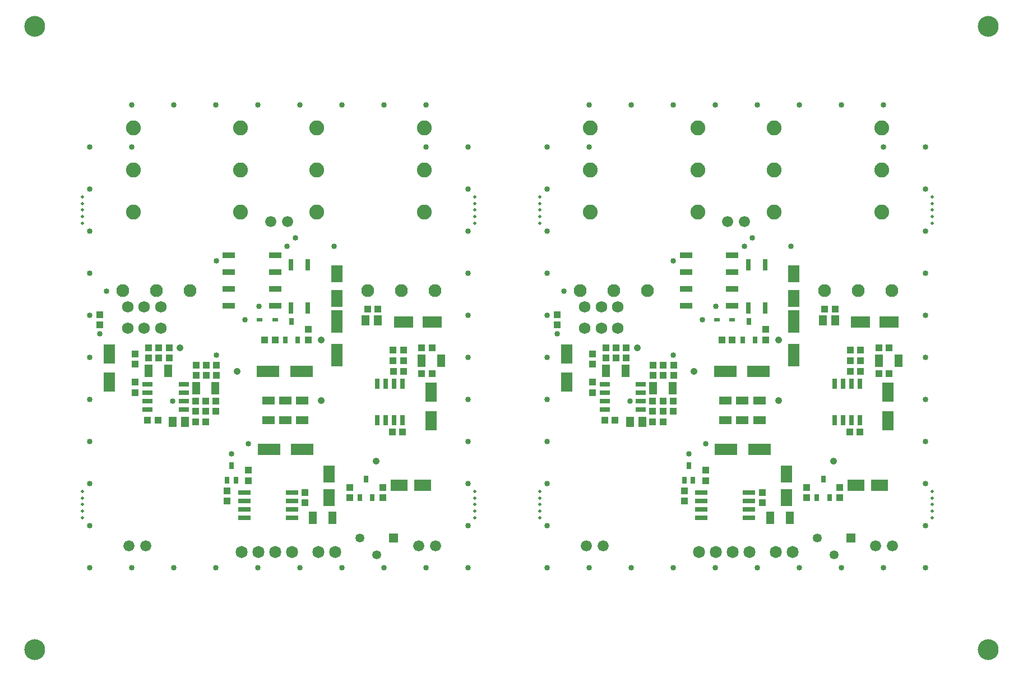
<source format=gts>
G04*
G04 #@! TF.GenerationSoftware,Altium Limited,Altium Designer,19.1.6 (110)*
G04*
G04 Layer_Color=8388736*
%FSLAX25Y25*%
%MOIN*%
G70*
G01*
G75*
%ADD10C,0.11811*%
%ADD33C,0.01968*%
%ADD50C,0.12402*%
%ADD51R,0.06890X0.11614*%
%ADD52R,0.02756X0.04134*%
%ADD53R,0.06890X0.10433*%
%ADD54R,0.10433X0.06890*%
%ADD55R,0.07677X0.02953*%
%ADD56R,0.04331X0.04134*%
%ADD57R,0.04921X0.07480*%
%ADD58R,0.02953X0.04331*%
%ADD59R,0.02953X0.06890*%
%ADD60R,0.07677X0.03740*%
%ADD61R,0.06299X0.02953*%
%ADD62R,0.04134X0.04331*%
%ADD63R,0.13189X0.06890*%
%ADD64R,0.07480X0.04921*%
%ADD65R,0.03740X0.02165*%
%ADD66R,0.06890X0.13189*%
%ADD67R,0.07087X0.10433*%
%ADD68R,0.11614X0.06890*%
%ADD69R,0.04528X0.06102*%
%ADD70R,0.02953X0.06299*%
%ADD71C,0.06591*%
%ADD72C,0.07191*%
%ADD73R,0.05315X0.05315*%
%ADD74C,0.05315*%
%ADD75C,0.07678*%
%ADD76C,0.06890*%
%ADD77C,0.08859*%
%ADD78C,0.03347*%
%ADD79C,0.04091*%
D10*
X11811Y11811D02*
D03*
X578740D02*
D03*
Y381890D02*
D03*
X11811Y381890D02*
D03*
D33*
X312205Y280807D02*
D03*
Y276870D02*
D03*
Y272933D02*
D03*
Y265059D02*
D03*
Y268996D02*
D03*
X312106Y93996D02*
D03*
Y90059D02*
D03*
Y97933D02*
D03*
Y101870D02*
D03*
Y105807D02*
D03*
X545571Y268996D02*
D03*
Y265059D02*
D03*
Y272933D02*
D03*
Y276870D02*
D03*
Y280807D02*
D03*
X545571Y93996D02*
D03*
Y90059D02*
D03*
Y97933D02*
D03*
Y101870D02*
D03*
Y105807D02*
D03*
X273622Y105807D02*
D03*
Y101870D02*
D03*
Y97933D02*
D03*
Y90059D02*
D03*
Y93996D02*
D03*
X273622Y280807D02*
D03*
Y276870D02*
D03*
Y272933D02*
D03*
Y265059D02*
D03*
Y268996D02*
D03*
X40157Y105807D02*
D03*
Y101870D02*
D03*
Y97933D02*
D03*
Y90059D02*
D03*
Y93996D02*
D03*
X40256Y268996D02*
D03*
Y265059D02*
D03*
Y272933D02*
D03*
Y276870D02*
D03*
Y280807D02*
D03*
D50*
X11811Y11811D02*
D03*
X578740Y11811D02*
D03*
Y381890D02*
D03*
X11811Y381890D02*
D03*
D51*
X247391Y164701D02*
D03*
Y147797D02*
D03*
X56151Y170546D02*
D03*
Y187450D02*
D03*
X519261Y164701D02*
D03*
Y147797D02*
D03*
X328021Y170546D02*
D03*
Y187450D02*
D03*
D52*
X128789Y121197D02*
D03*
X131348Y112339D02*
D03*
X126230D02*
D03*
X400659Y121197D02*
D03*
X403218Y112339D02*
D03*
X398100D02*
D03*
D53*
X186860Y102056D02*
D03*
Y116007D02*
D03*
X458730Y102056D02*
D03*
Y116007D02*
D03*
D54*
X228402Y109380D02*
D03*
X242353D02*
D03*
X500272D02*
D03*
X514223D02*
D03*
D55*
X136368Y105075D02*
D03*
Y100075D02*
D03*
Y95075D02*
D03*
Y90075D02*
D03*
X164714Y105075D02*
D03*
Y100075D02*
D03*
Y95075D02*
D03*
Y90075D02*
D03*
X408238Y105075D02*
D03*
Y100075D02*
D03*
Y95075D02*
D03*
Y90075D02*
D03*
X436584Y105075D02*
D03*
Y100075D02*
D03*
Y95075D02*
D03*
Y90075D02*
D03*
D56*
X126230Y100036D02*
D03*
Y106138D02*
D03*
X138828Y118244D02*
D03*
Y112142D02*
D03*
X172490Y105055D02*
D03*
Y98953D02*
D03*
X198960Y102096D02*
D03*
Y108198D02*
D03*
X218645Y102096D02*
D03*
Y108198D02*
D03*
X71558Y181348D02*
D03*
Y187450D02*
D03*
X119537Y153342D02*
D03*
Y159444D02*
D03*
X85580Y185075D02*
D03*
Y191177D02*
D03*
X79478D02*
D03*
Y185075D02*
D03*
X71558Y170546D02*
D03*
Y164444D02*
D03*
X91682Y185075D02*
D03*
Y191177D02*
D03*
X107627Y174740D02*
D03*
Y180842D02*
D03*
X119832D02*
D03*
Y174740D02*
D03*
X113730D02*
D03*
Y180842D02*
D03*
X174458Y195803D02*
D03*
Y201905D02*
D03*
X113435Y159444D02*
D03*
Y153342D02*
D03*
X107332D02*
D03*
Y159444D02*
D03*
X50442Y210862D02*
D03*
Y204760D02*
D03*
X398100Y100036D02*
D03*
Y106138D02*
D03*
X410699Y118244D02*
D03*
Y112142D02*
D03*
X444360Y105055D02*
D03*
Y98953D02*
D03*
X470830Y102096D02*
D03*
Y108198D02*
D03*
X490515Y102096D02*
D03*
Y108198D02*
D03*
X343428Y181348D02*
D03*
Y187450D02*
D03*
X391407Y153342D02*
D03*
Y159444D02*
D03*
X357450Y185075D02*
D03*
Y191177D02*
D03*
X351348D02*
D03*
Y185075D02*
D03*
X343428Y170546D02*
D03*
Y164444D02*
D03*
X363553Y185075D02*
D03*
Y191177D02*
D03*
X379497Y174740D02*
D03*
Y180842D02*
D03*
X391702D02*
D03*
Y174740D02*
D03*
X385600D02*
D03*
Y180842D02*
D03*
X446328Y195803D02*
D03*
Y201905D02*
D03*
X385305Y159444D02*
D03*
Y153342D02*
D03*
X379202D02*
D03*
Y159444D02*
D03*
X322312Y210862D02*
D03*
Y204760D02*
D03*
D57*
X177188Y90075D02*
D03*
X188802D02*
D03*
X91092Y177496D02*
D03*
X79478D02*
D03*
X107627Y167063D02*
D03*
X119241D02*
D03*
X241880Y183402D02*
D03*
X253494D02*
D03*
X449058Y90075D02*
D03*
X460672D02*
D03*
X362962Y177496D02*
D03*
X351348D02*
D03*
X379498Y167063D02*
D03*
X391112D02*
D03*
X513750Y183402D02*
D03*
X525364D02*
D03*
D58*
X208802Y112923D02*
D03*
X212543Y102096D02*
D03*
X205062D02*
D03*
X164517Y206630D02*
D03*
X168257Y195803D02*
D03*
X160777D02*
D03*
X480673Y112923D02*
D03*
X484413Y102096D02*
D03*
X476932D02*
D03*
X436387Y206630D02*
D03*
X440128Y195803D02*
D03*
X432647D02*
D03*
D59*
X164143Y214701D02*
D03*
X174143D02*
D03*
X164143Y240291D02*
D03*
X174143D02*
D03*
X436013Y214701D02*
D03*
X446013D02*
D03*
X436013Y240291D02*
D03*
X446013D02*
D03*
D60*
X127159Y216138D02*
D03*
Y226138D02*
D03*
Y246138D02*
D03*
Y236138D02*
D03*
X154718D02*
D03*
Y246138D02*
D03*
Y226138D02*
D03*
Y216138D02*
D03*
X399029D02*
D03*
Y226138D02*
D03*
Y246138D02*
D03*
Y236138D02*
D03*
X426588D02*
D03*
Y246138D02*
D03*
Y226138D02*
D03*
Y216138D02*
D03*
D61*
X78887Y169445D02*
D03*
Y164445D02*
D03*
Y159445D02*
D03*
Y154445D02*
D03*
X100344Y169445D02*
D03*
Y164445D02*
D03*
Y159445D02*
D03*
Y154445D02*
D03*
X350757Y169445D02*
D03*
Y164445D02*
D03*
Y159445D02*
D03*
Y154445D02*
D03*
X372214Y169445D02*
D03*
Y164445D02*
D03*
Y159445D02*
D03*
Y154445D02*
D03*
D62*
X78887Y147954D02*
D03*
X84990D02*
D03*
X154675Y195803D02*
D03*
X148573D02*
D03*
X215797Y214209D02*
D03*
X209695D02*
D03*
X241880Y191177D02*
D03*
X247982D02*
D03*
X247982Y175626D02*
D03*
X241880D02*
D03*
X224950Y189602D02*
D03*
X231053D02*
D03*
X224950Y183411D02*
D03*
X231053D02*
D03*
X231065Y177210D02*
D03*
X224963D02*
D03*
X230561Y141079D02*
D03*
X224458D02*
D03*
X113434Y147181D02*
D03*
X107332D02*
D03*
X350757Y147954D02*
D03*
X356860D02*
D03*
X426545Y195803D02*
D03*
X420443D02*
D03*
X487667Y214209D02*
D03*
X481565D02*
D03*
X513750Y191177D02*
D03*
X519852D02*
D03*
X519852Y175626D02*
D03*
X513750D02*
D03*
X496820Y189602D02*
D03*
X502923D02*
D03*
X496820Y183411D02*
D03*
X502923D02*
D03*
X502935Y177210D02*
D03*
X496833D02*
D03*
X502431Y141079D02*
D03*
X496328D02*
D03*
X385305Y147181D02*
D03*
X379202D02*
D03*
D63*
X170901Y130842D02*
D03*
X151047D02*
D03*
X150555Y177201D02*
D03*
X170409D02*
D03*
X442771Y130842D02*
D03*
X422917D02*
D03*
X422425Y177201D02*
D03*
X442279D02*
D03*
D64*
X170915Y159681D02*
D03*
Y148067D02*
D03*
X160679Y148067D02*
D03*
Y159681D02*
D03*
X150639Y148067D02*
D03*
Y159681D02*
D03*
X442785Y159681D02*
D03*
Y148067D02*
D03*
X432549Y148067D02*
D03*
Y159681D02*
D03*
X422509Y148067D02*
D03*
Y159681D02*
D03*
D65*
X145620Y207614D02*
D03*
X154675D02*
D03*
X417490D02*
D03*
X426545D02*
D03*
D66*
X191388Y206630D02*
D03*
Y186776D02*
D03*
X463258Y206630D02*
D03*
Y186776D02*
D03*
D67*
X191388Y220213D02*
D03*
Y234976D02*
D03*
X463258Y220213D02*
D03*
Y234976D02*
D03*
D68*
X247969Y206236D02*
D03*
X231065D02*
D03*
X519839D02*
D03*
X502936D02*
D03*
D69*
X208528Y207220D02*
D03*
X215812D02*
D03*
X101101Y147181D02*
D03*
X93817D02*
D03*
X480399Y207220D02*
D03*
X487682D02*
D03*
X372971Y147181D02*
D03*
X365687D02*
D03*
D70*
X215580Y148165D02*
D03*
X220580D02*
D03*
X225580D02*
D03*
X230580D02*
D03*
X215580Y169622D02*
D03*
X220580D02*
D03*
X225580D02*
D03*
X230580D02*
D03*
X487451Y148165D02*
D03*
X492451D02*
D03*
X497450D02*
D03*
X502451D02*
D03*
X487451Y169622D02*
D03*
X492451D02*
D03*
X497450D02*
D03*
X502451D02*
D03*
D71*
X161958Y265882D02*
D03*
X151958D02*
D03*
X77891Y73362D02*
D03*
X67891D02*
D03*
X249977Y73362D02*
D03*
X239977D02*
D03*
X433828Y265882D02*
D03*
X423828D02*
D03*
X349761Y73362D02*
D03*
X339761D02*
D03*
X521847Y73362D02*
D03*
X511847D02*
D03*
D72*
X144773Y69582D02*
D03*
X134773D02*
D03*
X154773D02*
D03*
X164773D02*
D03*
X180483Y69622D02*
D03*
X190483D02*
D03*
X416643Y69582D02*
D03*
X406643D02*
D03*
X426643D02*
D03*
X436643D02*
D03*
X452353Y69622D02*
D03*
X462354D02*
D03*
D73*
X225147Y77890D02*
D03*
X497017D02*
D03*
D74*
X215147Y67890D02*
D03*
X205147Y77890D02*
D03*
X487017Y67890D02*
D03*
X477017Y77890D02*
D03*
D75*
X249698Y225016D02*
D03*
X229698D02*
D03*
X209698D02*
D03*
X104198D02*
D03*
X84198D02*
D03*
X64198D02*
D03*
X521568D02*
D03*
X501569D02*
D03*
X481568D02*
D03*
X376068D02*
D03*
X356068D02*
D03*
X336069D02*
D03*
D76*
X76820Y202693D02*
D03*
X86663D02*
D03*
X66978D02*
D03*
Y215291D02*
D03*
X86663D02*
D03*
X76820D02*
D03*
X348691Y202693D02*
D03*
X358533D02*
D03*
X338848D02*
D03*
Y215291D02*
D03*
X358533D02*
D03*
X348691D02*
D03*
D77*
X179609Y296616D02*
D03*
X243507D02*
D03*
X179609Y321616D02*
D03*
X243507D02*
D03*
X179609Y271616D02*
D03*
X243507D02*
D03*
X70390Y296616D02*
D03*
X134288D02*
D03*
X70390Y321616D02*
D03*
X134288D02*
D03*
X70390Y271616D02*
D03*
X134288D02*
D03*
X451479Y296616D02*
D03*
X515378D02*
D03*
X451479Y321616D02*
D03*
X515378D02*
D03*
X451479Y271616D02*
D03*
X515378D02*
D03*
X342261Y296616D02*
D03*
X406158D02*
D03*
X342261Y321616D02*
D03*
X406158D02*
D03*
X342261Y271616D02*
D03*
X406158D02*
D03*
D78*
X166670Y256471D02*
D03*
X219498Y335516D02*
D03*
X44498Y260516D02*
D03*
X119498Y60516D02*
D03*
X144498Y335516D02*
D03*
X269498Y260516D02*
D03*
X44498Y85516D02*
D03*
X269498Y310516D02*
D03*
X244498Y60516D02*
D03*
X269498Y85516D02*
D03*
X44498Y110516D02*
D03*
X94498Y335516D02*
D03*
X244498Y310516D02*
D03*
X44498D02*
D03*
X69498Y60516D02*
D03*
X44498Y235516D02*
D03*
X69498Y335516D02*
D03*
X269498Y185516D02*
D03*
X144498Y60516D02*
D03*
X269498Y110516D02*
D03*
X194498Y335516D02*
D03*
X44498Y135516D02*
D03*
Y60516D02*
D03*
X269498Y135516D02*
D03*
Y160516D02*
D03*
X219498Y60516D02*
D03*
X269498Y235516D02*
D03*
X194498Y60516D02*
D03*
X244498Y335516D02*
D03*
X44498Y160516D02*
D03*
X169498Y335516D02*
D03*
X269498Y285516D02*
D03*
X94498Y60516D02*
D03*
X44498Y185516D02*
D03*
X119498Y335516D02*
D03*
X44498Y210516D02*
D03*
Y285516D02*
D03*
X69498Y310516D02*
D03*
X269498Y210516D02*
D03*
X169498Y60516D02*
D03*
X269498D02*
D03*
X189676Y251315D02*
D03*
X128789Y127988D02*
D03*
X136860Y207614D02*
D03*
X138768Y133992D02*
D03*
X145029Y215784D02*
D03*
X54478Y224642D02*
D03*
X50442Y199346D02*
D03*
X119734Y186650D02*
D03*
Y242555D02*
D03*
X93817Y159413D02*
D03*
X161761Y251315D02*
D03*
X438540Y256471D02*
D03*
X491368Y335516D02*
D03*
X316369Y260516D02*
D03*
X391369Y60516D02*
D03*
X416368Y335516D02*
D03*
X541368Y260516D02*
D03*
X316369Y85516D02*
D03*
X541368Y310516D02*
D03*
X516368Y60516D02*
D03*
X541368Y85516D02*
D03*
X316369Y110516D02*
D03*
X366369Y335516D02*
D03*
X516368Y310516D02*
D03*
X316369D02*
D03*
X341369Y60516D02*
D03*
X316369Y235516D02*
D03*
X341369Y335516D02*
D03*
X541368Y185516D02*
D03*
X416368Y60516D02*
D03*
X541368Y110516D02*
D03*
X466368Y335516D02*
D03*
X316369Y135516D02*
D03*
Y60516D02*
D03*
X541368Y135516D02*
D03*
Y160516D02*
D03*
X491368Y60516D02*
D03*
X541368Y235516D02*
D03*
X466368Y60516D02*
D03*
X516368Y335516D02*
D03*
X316369Y160516D02*
D03*
X441368Y335516D02*
D03*
X541368Y285516D02*
D03*
X366369Y60516D02*
D03*
X316369Y185516D02*
D03*
X391369Y335516D02*
D03*
X316369Y210516D02*
D03*
Y285516D02*
D03*
X341369Y310516D02*
D03*
X541368Y210516D02*
D03*
X441368Y60516D02*
D03*
X541368D02*
D03*
X461546Y251315D02*
D03*
X400659Y127988D02*
D03*
X408730Y207614D02*
D03*
X410638Y133992D02*
D03*
X416899Y215784D02*
D03*
X326348Y224642D02*
D03*
X322312Y199346D02*
D03*
X391604Y186650D02*
D03*
Y242555D02*
D03*
X365687Y159413D02*
D03*
X433632Y251315D02*
D03*
D79*
X214911Y123658D02*
D03*
X98234Y191177D02*
D03*
X131985Y177201D02*
D03*
X182098Y159681D02*
D03*
Y195803D02*
D03*
X486781Y123658D02*
D03*
X370104Y191177D02*
D03*
X403856Y177201D02*
D03*
X453968Y159681D02*
D03*
Y195803D02*
D03*
M02*

</source>
